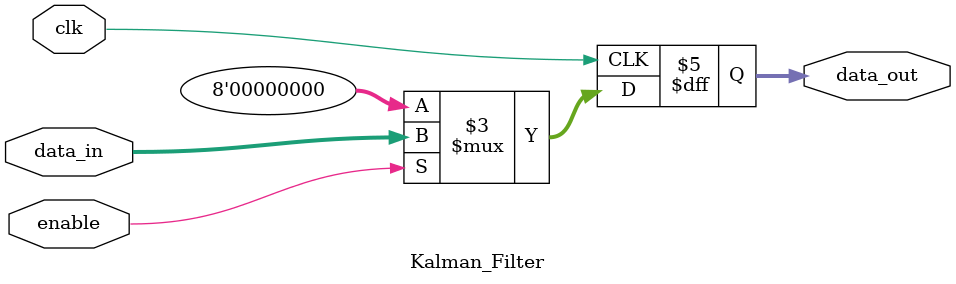
<source format=sv>
`timescale 1ns / 1ps


module Kalman_Filter(
    input logic clk,
    input logic [7:0] data_in,
    input logic enable,
    output logic [7:0] data_out 
    );

    
    always_ff @(posedge clk) begin
        if (enable)
            data_out<=data_in;
        else
            data_out<='0;
            
    end
endmodule

</source>
